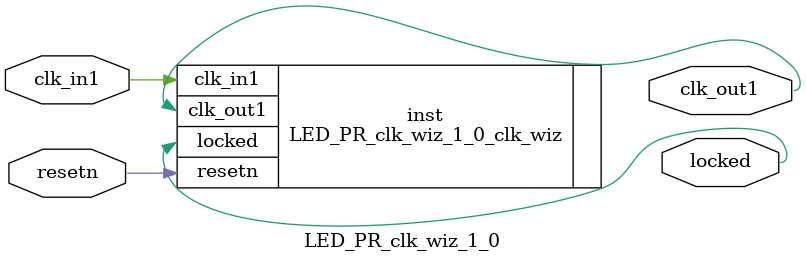
<source format=v>


`timescale 1ps/1ps

(* CORE_GENERATION_INFO = "LED_PR_clk_wiz_1_0,clk_wiz_v6_0_12_0_0,{component_name=LED_PR_clk_wiz_1_0,use_phase_alignment=true,use_min_o_jitter=false,use_max_i_jitter=false,use_dyn_phase_shift=false,use_inclk_switchover=false,use_dyn_reconfig=false,enable_axi=0,feedback_source=FDBK_AUTO,PRIMITIVE=MMCM,num_out_clk=1,clkin1_period=10.000,clkin2_period=10.000,use_power_down=false,use_reset=true,use_locked=true,use_inclk_stopped=false,feedback_type=SINGLE,CLOCK_MGR_TYPE=NA,manual_override=false}" *)

module LED_PR_clk_wiz_1_0 
 (
  // Clock out ports
  output        clk_out1,
  // Status and control signals
  input         resetn,
  output        locked,
 // Clock in ports
  input         clk_in1
 );

  LED_PR_clk_wiz_1_0_clk_wiz inst
  (
  // Clock out ports  
  .clk_out1(clk_out1),
  // Status and control signals               
  .resetn(resetn), 
  .locked(locked),
 // Clock in ports
  .clk_in1(clk_in1)
  );

endmodule

</source>
